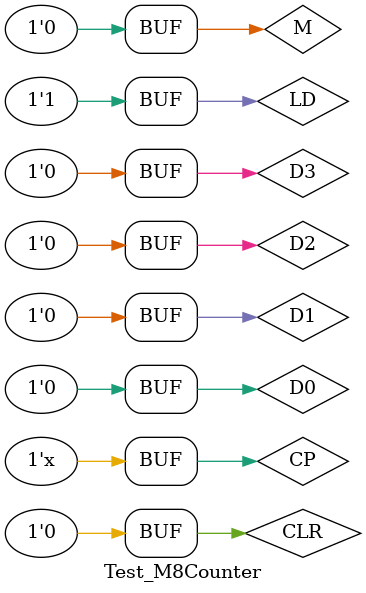
<source format=v>
`timescale 1ns / 1ps

module Test_M8Counter();
    //²âÊÔÊäÈë
    reg CP;
    reg CLR;
    reg LD;
    reg M;
    reg D3;
    reg D2;
    reg D1;
    reg D0;
    //²âÊÔÊä³ö
    wire Q3;
    wire Q2;
    wire Q1;
    wire Q0;
    wire carry;
    
    initial begin
        CP = 0;
        CLR = 0;
        LD = 1;//³õÊ¼ÏÈ²»¼ÓÔØ
        M = 1;
        D3 = 0;
        D2 = 0;
        D1 = 0;
        D0 = 0;
        
        //¿ªÊ¼·ÂÕæÂö³å²¨
        LD = #10 0;
        LD = #10 1;//×°ÔØ
        M = #140 0;
 
        CLR = #150 1;
        CLR = #10 0;
    end
    always #5 begin //ÖÜÆÚÎª5
        CP = ~CP;
    end;
    Module8_Counter test_ct2(CP,CLR,LD,M,Q3,Q2,Q1,Q0,carry);
endmodule

</source>
